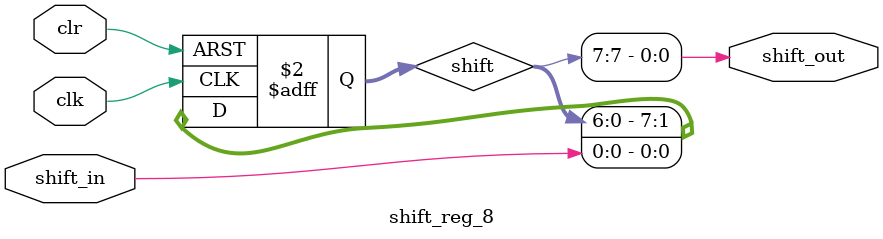
<source format=v>


module shift_reg_8 #( parameter size = 7 ) (shift_in, clk, clr, shift_out);

   // Port Declaration
   input   shift_in;
   input   clk;
   input   clr;
   output  shift_out;
   
   reg [ size:0 ] shift; // shift register  
   
    always @ (posedge clk or posedge clr)
     begin
	if (clr)
          shift = 0;	  	
	else 
	  shift = { shift[size-1:0] , shift_in } ;	
     end
   
   assign shift_out = shift[size];   
   
endmodule 

</source>
